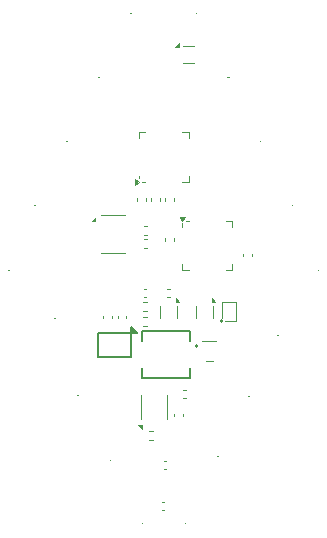
<source format=gbr>
%TF.GenerationSoftware,KiCad,Pcbnew,8.0.3*%
%TF.CreationDate,2024-06-16T19:36:31+02:00*%
%TF.ProjectId,jewelled_lc1,6a657765-6c6c-4656-945f-6c63312e6b69,rev?*%
%TF.SameCoordinates,Original*%
%TF.FileFunction,Legend,Top*%
%TF.FilePolarity,Positive*%
%FSLAX45Y45*%
G04 Gerber Fmt 4.5, Leading zero omitted, Abs format (unit mm)*
G04 Created by KiCad (PCBNEW 8.0.3) date 2024-06-16 19:36:31*
%MOMM*%
%LPD*%
G01*
G04 APERTURE LIST*
%ADD10C,0.100000*%
%ADD11C,0.120000*%
%ADD12C,0.150000*%
%ADD13C,0.200000*%
G04 APERTURE END LIST*
D10*
%TO.C,D8*%
X15253806Y-8927463D02*
G75*
G02*
X15243806Y-8927463I-5000J0D01*
G01*
X15243806Y-8927463D02*
G75*
G02*
X15253806Y-8927463I5000J0D01*
G01*
D11*
%TO.C,D19*%
X15120000Y-11326000D02*
X15060000Y-11326000D01*
X15140000Y-11154000D02*
X15020000Y-11154000D01*
D12*
X14982500Y-11200000D02*
G75*
G02*
X14967500Y-11200000I-7500J0D01*
G01*
X14967500Y-11200000D02*
G75*
G02*
X14982500Y-11200000I7500J0D01*
G01*
D11*
%TO.C,U4*%
X14504000Y-11815000D02*
X14504000Y-11615000D01*
X14726000Y-11815000D02*
X14726000Y-11615000D01*
X14514000Y-11899000D02*
X14486000Y-11871000D01*
X14514000Y-11871000D01*
X14514000Y-11899000D01*
G36*
X14514000Y-11899000D02*
G01*
X14486000Y-11871000D01*
X14514000Y-11871000D01*
X14514000Y-11899000D01*
G37*
D10*
%TO.C,D11*%
X14156194Y-8927463D02*
G75*
G02*
X14146194Y-8927463I-5000J0D01*
G01*
X14146194Y-8927463D02*
G75*
G02*
X14156194Y-8927463I5000J0D01*
G01*
%TO.C,D14*%
X13395000Y-10559000D02*
G75*
G02*
X13385000Y-10559000I-5000J0D01*
G01*
X13385000Y-10559000D02*
G75*
G02*
X13395000Y-10559000I5000J0D01*
G01*
D11*
%TO.C,R4*%
X14579636Y-11917000D02*
X14610364Y-11917000D01*
X14579636Y-11993000D02*
X14610364Y-11993000D01*
%TO.C,C7*%
X14309000Y-10965784D02*
X14309000Y-10944216D01*
X14381000Y-10965784D02*
X14381000Y-10944216D01*
%TO.C,C9*%
X14189000Y-10965784D02*
X14189000Y-10944216D01*
X14261000Y-10965784D02*
X14261000Y-10944216D01*
D10*
%TO.C,D13*%
X13616194Y-10007463D02*
G75*
G02*
X13606194Y-10007463I-5000J0D01*
G01*
X13606194Y-10007463D02*
G75*
G02*
X13616194Y-10007463I5000J0D01*
G01*
D11*
%TO.C,U2*%
X14669000Y-10960000D02*
X14669000Y-10860000D01*
X14811000Y-10960000D02*
X14811000Y-10860000D01*
X14832000Y-10826000D02*
X14804000Y-10826000D01*
X14804000Y-10798000D01*
X14832000Y-10826000D01*
G36*
X14832000Y-10826000D02*
G01*
X14804000Y-10826000D01*
X14804000Y-10798000D01*
X14832000Y-10826000D01*
G37*
%TO.C,C11*%
X14474000Y-9949216D02*
X14474000Y-9970784D01*
X14546000Y-9949216D02*
X14546000Y-9970784D01*
%TO.C,R3*%
X14524636Y-10832000D02*
X14555364Y-10832000D01*
X14524636Y-10908000D02*
X14555364Y-10908000D01*
D10*
%TO.C,D16*%
X13980556Y-11617463D02*
G75*
G02*
X13970556Y-11617463I-5000J0D01*
G01*
X13970556Y-11617463D02*
G75*
G02*
X13980556Y-11617463I5000J0D01*
G01*
D11*
%TO.C,C5*%
X14529216Y-10714000D02*
X14550784Y-10714000D01*
X14529216Y-10786000D02*
X14550784Y-10786000D01*
%TO.C,U8*%
X14974000Y-10960000D02*
X14974000Y-10860000D01*
X15116000Y-10960000D02*
X15116000Y-10860000D01*
X15137000Y-10826000D02*
X15109000Y-10826000D01*
X15109000Y-10798000D01*
X15137000Y-10826000D01*
G36*
X15137000Y-10826000D02*
G01*
X15109000Y-10826000D01*
X15109000Y-10798000D01*
X15137000Y-10826000D01*
G37*
%TO.C,C1*%
X14684216Y-12519000D02*
X14705784Y-12519000D01*
X14684216Y-12591000D02*
X14705784Y-12591000D01*
%TO.C,R1*%
X14712000Y-9944636D02*
X14712000Y-9975364D01*
X14788000Y-9944636D02*
X14788000Y-9975364D01*
%TO.C,Q2*%
X15190000Y-10830000D02*
X15310000Y-10830000D01*
X15190000Y-10960000D02*
X15190000Y-10830000D01*
X15310000Y-10830000D02*
X15310000Y-10990000D01*
X15310000Y-10990000D02*
X15220000Y-10990000D01*
D13*
X15196350Y-10990000D02*
G75*
G02*
X15183650Y-10990000I-6350J0D01*
G01*
X15183650Y-10990000D02*
G75*
G02*
X15196350Y-10990000I6350J0D01*
G01*
D10*
%TO.C,D12*%
X13886194Y-9467463D02*
G75*
G02*
X13876194Y-9467463I-5000J0D01*
G01*
X13876194Y-9467463D02*
G75*
G02*
X13886194Y-9467463I5000J0D01*
G01*
D11*
%TO.C,C10*%
X14594000Y-9949216D02*
X14594000Y-9970784D01*
X14666000Y-9949216D02*
X14666000Y-9970784D01*
D10*
%TO.C,D15*%
X13787463Y-10966194D02*
G75*
G02*
X13777463Y-10966194I-5000J0D01*
G01*
X13777463Y-10966194D02*
G75*
G02*
X13787463Y-10966194I5000J0D01*
G01*
%TO.C,D7*%
X15523806Y-9467463D02*
G75*
G02*
X15513806Y-9467463I-5000J0D01*
G01*
X15513806Y-9467463D02*
G75*
G02*
X15523806Y-9467463I5000J0D01*
G01*
D11*
%TO.C,C3*%
X14789000Y-11795784D02*
X14789000Y-11774216D01*
X14861000Y-11795784D02*
X14861000Y-11774216D01*
D10*
%TO.C,D3*%
X15426194Y-11627463D02*
G75*
G02*
X15416194Y-11627463I-5000J0D01*
G01*
X15416194Y-11627463D02*
G75*
G02*
X15426194Y-11627463I5000J0D01*
G01*
D11*
%TO.C,C6*%
X14864216Y-11569000D02*
X14885784Y-11569000D01*
X14864216Y-11641000D02*
X14885784Y-11641000D01*
D10*
%TO.C,D9*%
X14983806Y-8387463D02*
G75*
G02*
X14973806Y-8387463I-5000J0D01*
G01*
X14973806Y-8387463D02*
G75*
G02*
X14983806Y-8387463I5000J0D01*
G01*
%TO.C,D17*%
X14253806Y-12167463D02*
G75*
G02*
X14243806Y-12167463I-5000J0D01*
G01*
X14243806Y-12167463D02*
G75*
G02*
X14253806Y-12167463I5000J0D01*
G01*
%TO.C,D10*%
X14426194Y-8387463D02*
G75*
G02*
X14416194Y-8387463I-5000J0D01*
G01*
X14416194Y-8387463D02*
G75*
G02*
X14426194Y-8387463I5000J0D01*
G01*
D11*
%TO.C,C8*%
X15374000Y-10419216D02*
X15374000Y-10440784D01*
X15446000Y-10419216D02*
X15446000Y-10440784D01*
%TO.C,R5*%
X14560364Y-10297000D02*
X14529636Y-10297000D01*
X14560364Y-10373000D02*
X14529636Y-10373000D01*
%TO.C,C2*%
X14699216Y-12174000D02*
X14720784Y-12174000D01*
X14699216Y-12246000D02*
X14720784Y-12246000D01*
D10*
%TO.C,D4*%
X15671194Y-11112463D02*
G75*
G02*
X15661194Y-11112463I-5000J0D01*
G01*
X15661194Y-11112463D02*
G75*
G02*
X15671194Y-11112463I5000J0D01*
G01*
D11*
%TO.C,U6*%
X14171750Y-10089000D02*
X14371750Y-10089000D01*
X14171750Y-10411000D02*
X14371750Y-10411000D01*
X14116750Y-10145000D02*
X14088750Y-10145000D01*
X14116750Y-10117000D01*
X14116750Y-10145000D01*
G36*
X14116750Y-10145000D02*
G01*
X14088750Y-10145000D01*
X14116750Y-10117000D01*
X14116750Y-10145000D01*
G37*
D10*
%TO.C,D18*%
X14523806Y-12707463D02*
G75*
G02*
X14513806Y-12707463I-5000J0D01*
G01*
X14513806Y-12707463D02*
G75*
G02*
X14523806Y-12707463I5000J0D01*
G01*
D11*
%TO.C,R6*%
X14560364Y-10187000D02*
X14529636Y-10187000D01*
X14560364Y-10263000D02*
X14529636Y-10263000D01*
%TO.C,U5*%
X14960000Y-8659000D02*
X14860000Y-8659000D01*
X14960000Y-8801000D02*
X14860000Y-8801000D01*
X14826000Y-8666000D02*
X14798000Y-8666000D01*
X14826000Y-8638000D01*
X14826000Y-8666000D01*
G36*
X14826000Y-8666000D02*
G01*
X14798000Y-8666000D01*
X14826000Y-8638000D01*
X14826000Y-8666000D01*
G37*
D10*
%TO.C,D6*%
X15793806Y-10007463D02*
G75*
G02*
X15783806Y-10007463I-5000J0D01*
G01*
X15783806Y-10007463D02*
G75*
G02*
X15793806Y-10007463I5000J0D01*
G01*
D11*
%TO.C,C12*%
X14714000Y-10310784D02*
X14714000Y-10289216D01*
X14786000Y-10310784D02*
X14786000Y-10289216D01*
%TO.C,C4*%
X14750784Y-10714000D02*
X14729216Y-10714000D01*
X14750784Y-10786000D02*
X14729216Y-10786000D01*
D10*
%TO.C,D5*%
X16015000Y-10559000D02*
G75*
G02*
X16005000Y-10559000I-5000J0D01*
G01*
X16005000Y-10559000D02*
G75*
G02*
X16015000Y-10559000I5000J0D01*
G01*
%TO.C,D2*%
X15164478Y-12135829D02*
G75*
G02*
X15154478Y-12135829I-5000J0D01*
G01*
X15154478Y-12135829D02*
G75*
G02*
X15164478Y-12135829I5000J0D01*
G01*
D12*
%TO.C,BZ1*%
X14520000Y-11070000D02*
X14520000Y-11155000D01*
X14520000Y-11070000D02*
X14920000Y-11070000D01*
X14520000Y-11470000D02*
X14520000Y-11385000D01*
X14920000Y-11070000D02*
X14920000Y-11155000D01*
X14920000Y-11470000D02*
X14520000Y-11470000D01*
X14920000Y-11470000D02*
X14920000Y-11385000D01*
D10*
%TO.C,D1*%
X14886194Y-12707463D02*
G75*
G02*
X14876194Y-12707463I-5000J0D01*
G01*
X14876194Y-12707463D02*
G75*
G02*
X14886194Y-12707463I5000J0D01*
G01*
%TO.C,U7*%
D12*
X14425000Y-11090000D02*
X14145000Y-11090000D01*
X14145000Y-11290000D01*
X14425000Y-11290000D01*
X14425000Y-11090000D01*
X14475000Y-11090000D02*
X14425000Y-11090000D01*
X14425000Y-11040000D01*
X14475000Y-11090000D01*
G36*
X14475000Y-11090000D02*
G01*
X14425000Y-11090000D01*
X14425000Y-11040000D01*
X14475000Y-11090000D01*
G37*
D11*
%TO.C,R2*%
X14555364Y-10952000D02*
X14524636Y-10952000D01*
X14555364Y-11028000D02*
X14524636Y-11028000D01*
%TO.C,U3*%
X14859000Y-10194000D02*
X14859000Y-10163000D01*
X14859000Y-10561000D02*
X14859000Y-10506000D01*
X14914000Y-10139000D02*
X14889000Y-10139000D01*
X14914000Y-10561000D02*
X14859000Y-10561000D01*
X15226000Y-10139000D02*
X15281000Y-10139000D01*
X15226000Y-10561000D02*
X15281000Y-10561000D01*
X15281000Y-10139000D02*
X15281000Y-10194000D01*
X15281000Y-10561000D02*
X15281000Y-10506000D01*
X14859000Y-10139000D02*
X14835000Y-10106000D01*
X14883000Y-10106000D01*
X14859000Y-10139000D01*
G36*
X14859000Y-10139000D02*
G01*
X14835000Y-10106000D01*
X14883000Y-10106000D01*
X14859000Y-10139000D01*
G37*
%TO.C,U1*%
X14489000Y-9389000D02*
X14541500Y-9389000D01*
X14489000Y-9441500D02*
X14489000Y-9389000D01*
X14489000Y-9758500D02*
X14489000Y-9781000D01*
X14541500Y-9811000D02*
X14513000Y-9811000D01*
X14911000Y-9389000D02*
X14858500Y-9389000D01*
X14911000Y-9441500D02*
X14911000Y-9389000D01*
X14911000Y-9758500D02*
X14911000Y-9811000D01*
X14911000Y-9811000D02*
X14858500Y-9811000D01*
X14489000Y-9811000D02*
X14456000Y-9835000D01*
X14456000Y-9787000D01*
X14489000Y-9811000D01*
G36*
X14489000Y-9811000D02*
G01*
X14456000Y-9835000D01*
X14456000Y-9787000D01*
X14489000Y-9811000D01*
G37*
%TD*%
M02*

</source>
